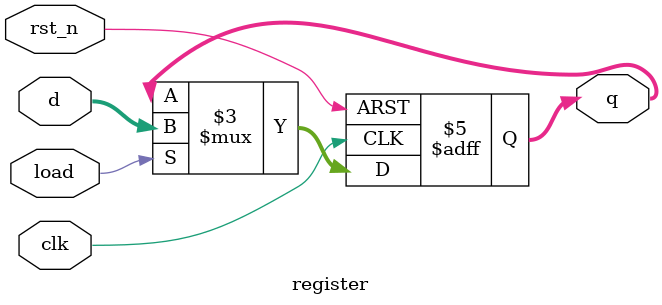
<source format=v>
module register (clk, rst_n, load, d, q);
  parameter N = 64;

  input clk, rst_n, load;
  input [N-1:0] d;
  output [N-1:0] q;
  reg [N-1:0] q;

  always @(posedge clk, negedge rst_n)
    if (!rst_n) q <= 0;
    else if(load) q <= d;
  
endmodule
</source>
